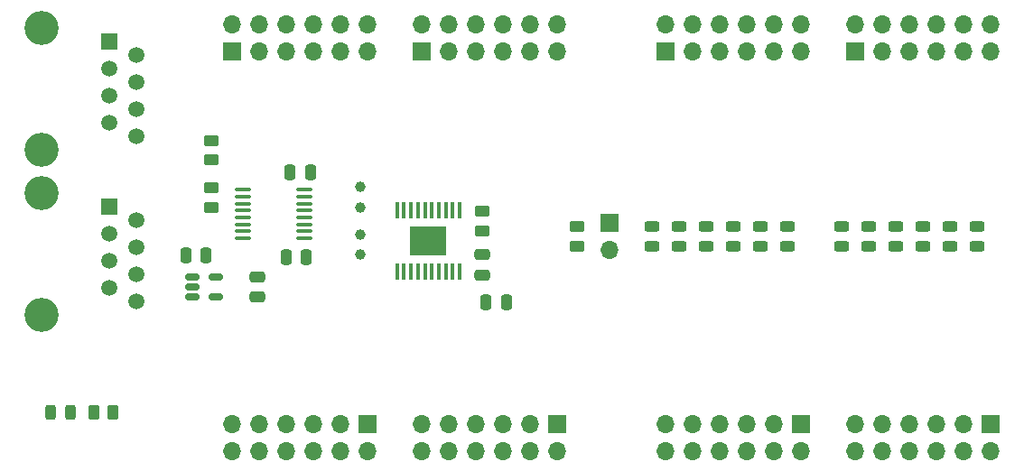
<source format=gbr>
%TF.GenerationSoftware,KiCad,Pcbnew,8.0.2*%
%TF.CreationDate,2025-01-02T13:01:11+01:00*%
%TF.ProjectId,test,74657374-2e6b-4696-9361-645f70636258,rev?*%
%TF.SameCoordinates,Original*%
%TF.FileFunction,Soldermask,Top*%
%TF.FilePolarity,Negative*%
%FSLAX46Y46*%
G04 Gerber Fmt 4.6, Leading zero omitted, Abs format (unit mm)*
G04 Created by KiCad (PCBNEW 8.0.2) date 2025-01-02 13:01:11*
%MOMM*%
%LPD*%
G01*
G04 APERTURE LIST*
G04 Aperture macros list*
%AMRoundRect*
0 Rectangle with rounded corners*
0 $1 Rounding radius*
0 $2 $3 $4 $5 $6 $7 $8 $9 X,Y pos of 4 corners*
0 Add a 4 corners polygon primitive as box body*
4,1,4,$2,$3,$4,$5,$6,$7,$8,$9,$2,$3,0*
0 Add four circle primitives for the rounded corners*
1,1,$1+$1,$2,$3*
1,1,$1+$1,$4,$5*
1,1,$1+$1,$6,$7*
1,1,$1+$1,$8,$9*
0 Add four rect primitives between the rounded corners*
20,1,$1+$1,$2,$3,$4,$5,0*
20,1,$1+$1,$4,$5,$6,$7,0*
20,1,$1+$1,$6,$7,$8,$9,0*
20,1,$1+$1,$8,$9,$2,$3,0*%
G04 Aperture macros list end*
%ADD10RoundRect,0.243750X-0.456250X0.243750X-0.456250X-0.243750X0.456250X-0.243750X0.456250X0.243750X0*%
%ADD11RoundRect,0.250000X-0.250000X-0.475000X0.250000X-0.475000X0.250000X0.475000X-0.250000X0.475000X0*%
%ADD12C,3.200000*%
%ADD13R,1.500000X1.500000*%
%ADD14C,1.500000*%
%ADD15RoundRect,0.250000X0.250000X0.475000X-0.250000X0.475000X-0.250000X-0.475000X0.250000X-0.475000X0*%
%ADD16R,1.700000X1.700000*%
%ADD17O,1.700000X1.700000*%
%ADD18C,1.000000*%
%ADD19RoundRect,0.243750X-0.243750X-0.456250X0.243750X-0.456250X0.243750X0.456250X-0.243750X0.456250X0*%
%ADD20RoundRect,0.250000X-0.450000X0.262500X-0.450000X-0.262500X0.450000X-0.262500X0.450000X0.262500X0*%
%ADD21RoundRect,0.250000X0.450000X-0.262500X0.450000X0.262500X-0.450000X0.262500X-0.450000X-0.262500X0*%
%ADD22RoundRect,0.250000X-0.475000X0.250000X-0.475000X-0.250000X0.475000X-0.250000X0.475000X0.250000X0*%
%ADD23RoundRect,0.150000X-0.512500X-0.150000X0.512500X-0.150000X0.512500X0.150000X-0.512500X0.150000X0*%
%ADD24R,3.430000X2.750000*%
%ADD25RoundRect,0.100000X-0.100000X0.687500X-0.100000X-0.687500X0.100000X-0.687500X0.100000X0.687500X0*%
%ADD26RoundRect,0.250000X0.475000X-0.250000X0.475000X0.250000X-0.475000X0.250000X-0.475000X-0.250000X0*%
%ADD27RoundRect,0.100000X-0.637500X-0.100000X0.637500X-0.100000X0.637500X0.100000X-0.637500X0.100000X0*%
%ADD28RoundRect,0.250000X0.262500X0.450000X-0.262500X0.450000X-0.262500X-0.450000X0.262500X-0.450000X0*%
G04 APERTURE END LIST*
D10*
%TO.C,D11*%
X162560000Y-90062500D03*
X162560000Y-91937500D03*
%TD*%
D11*
%TO.C,C3*%
X141925000Y-97155000D03*
X143825000Y-97155000D03*
%TD*%
D12*
%TO.C,J2*%
X100250000Y-86947500D03*
X100250000Y-98377500D03*
D13*
X106600000Y-88217500D03*
D14*
X109140000Y-89487500D03*
X106600000Y-90757500D03*
X109140000Y-92027500D03*
X106600000Y-93297500D03*
X109140000Y-94567500D03*
X106600000Y-95837500D03*
X109140000Y-97107500D03*
%TD*%
D10*
%TO.C,D3*%
X185420000Y-90062500D03*
X185420000Y-91937500D03*
%TD*%
D15*
%TO.C,C5*%
X125450000Y-85000000D03*
X123550000Y-85000000D03*
%TD*%
D10*
%TO.C,D9*%
X167640000Y-90062500D03*
X167640000Y-91937500D03*
%TD*%
D16*
%TO.C,J3*%
X153525000Y-89750000D03*
D17*
X153525000Y-92290000D03*
%TD*%
D16*
%TO.C,J11*%
X189230000Y-108580000D03*
D17*
X189230000Y-111120000D03*
X186690000Y-108580000D03*
X186690000Y-111120000D03*
X184150000Y-108580000D03*
X184150000Y-111120000D03*
X181610000Y-108580000D03*
X181610000Y-111120000D03*
X179070000Y-108580000D03*
X179070000Y-111120000D03*
X176530000Y-108580000D03*
X176530000Y-111120000D03*
%TD*%
D10*
%TO.C,D12*%
X160020000Y-90062500D03*
X160020000Y-91937500D03*
%TD*%
D18*
%TO.C,SCI*%
X130175000Y-88265000D03*
%TD*%
D19*
%TO.C,D1*%
X101125000Y-107500000D03*
X103000000Y-107500000D03*
%TD*%
D16*
%TO.C,J5*%
X135890000Y-73665000D03*
D17*
X135890000Y-71125000D03*
X138430000Y-73665000D03*
X138430000Y-71125000D03*
X140970000Y-73665000D03*
X140970000Y-71125000D03*
X143510000Y-73665000D03*
X143510000Y-71125000D03*
X146050000Y-73665000D03*
X146050000Y-71125000D03*
X148590000Y-73665000D03*
X148590000Y-71125000D03*
%TD*%
D12*
%TO.C,J1*%
X100250000Y-71447500D03*
X100250000Y-82877500D03*
D13*
X106600000Y-72717500D03*
D14*
X109140000Y-73987500D03*
X106600000Y-75257500D03*
X109140000Y-76527500D03*
X106600000Y-77797500D03*
X109140000Y-79067500D03*
X106600000Y-80337500D03*
X109140000Y-81607500D03*
%TD*%
D16*
%TO.C,J7*%
X176530000Y-73665000D03*
D17*
X176530000Y-71125000D03*
X179070000Y-73665000D03*
X179070000Y-71125000D03*
X181610000Y-73665000D03*
X181610000Y-71125000D03*
X184150000Y-73665000D03*
X184150000Y-71125000D03*
X186690000Y-73665000D03*
X186690000Y-71125000D03*
X189230000Y-73665000D03*
X189230000Y-71125000D03*
%TD*%
D20*
%TO.C,R1*%
X116205000Y-81995000D03*
X116205000Y-83820000D03*
%TD*%
D16*
%TO.C,J6*%
X158750000Y-73665000D03*
D17*
X158750000Y-71125000D03*
X161290000Y-73665000D03*
X161290000Y-71125000D03*
X163830000Y-73665000D03*
X163830000Y-71125000D03*
X166370000Y-73665000D03*
X166370000Y-71125000D03*
X168910000Y-73665000D03*
X168910000Y-71125000D03*
X171450000Y-73665000D03*
X171450000Y-71125000D03*
%TD*%
D16*
%TO.C,J4*%
X118110000Y-73665000D03*
D17*
X118110000Y-71125000D03*
X120650000Y-73665000D03*
X120650000Y-71125000D03*
X123190000Y-73665000D03*
X123190000Y-71125000D03*
X125730000Y-73665000D03*
X125730000Y-71125000D03*
X128270000Y-73665000D03*
X128270000Y-71125000D03*
X130810000Y-73665000D03*
X130810000Y-71125000D03*
%TD*%
D10*
%TO.C,D6*%
X177800000Y-90062500D03*
X177800000Y-91937500D03*
%TD*%
%TO.C,D13*%
X157480000Y-90062500D03*
X157480000Y-91937500D03*
%TD*%
D11*
%TO.C,C1*%
X115700000Y-92750000D03*
X113800000Y-92750000D03*
%TD*%
D10*
%TO.C,D7*%
X175260000Y-90062500D03*
X175260000Y-91937500D03*
%TD*%
D21*
%TO.C,R2*%
X116205000Y-88265000D03*
X116205000Y-86440000D03*
%TD*%
D16*
%TO.C,J8*%
X130810000Y-108580000D03*
D17*
X130810000Y-111120000D03*
X128270000Y-108580000D03*
X128270000Y-111120000D03*
X125730000Y-108580000D03*
X125730000Y-111120000D03*
X123190000Y-108580000D03*
X123190000Y-111120000D03*
X120650000Y-108580000D03*
X120650000Y-111120000D03*
X118110000Y-108580000D03*
X118110000Y-111120000D03*
%TD*%
D16*
%TO.C,J10*%
X171450000Y-108580000D03*
D17*
X171450000Y-111120000D03*
X168910000Y-108580000D03*
X168910000Y-111120000D03*
X166370000Y-108580000D03*
X166370000Y-111120000D03*
X163830000Y-108580000D03*
X163830000Y-111120000D03*
X161290000Y-108580000D03*
X161290000Y-111120000D03*
X158750000Y-108580000D03*
X158750000Y-111120000D03*
%TD*%
D22*
%TO.C,C2*%
X120500000Y-94800000D03*
X120500000Y-96700000D03*
%TD*%
D20*
%TO.C,R4*%
X141605000Y-88652500D03*
X141605000Y-90477500D03*
%TD*%
D18*
%TO.C,SDI*%
X130175000Y-86360000D03*
%TD*%
D23*
%TO.C,U1*%
X114362500Y-94800000D03*
X114362500Y-95750000D03*
X114362500Y-96700000D03*
X116637500Y-96700000D03*
X116637500Y-94800000D03*
%TD*%
D24*
%TO.C,U3*%
X136525000Y-91440000D03*
D25*
X139450000Y-88577500D03*
X138800000Y-88577500D03*
X138150000Y-88577500D03*
X137500000Y-88577500D03*
X136850000Y-88577500D03*
X136200000Y-88577500D03*
X135550000Y-88577500D03*
X134900000Y-88577500D03*
X134250000Y-88577500D03*
X133600000Y-88577500D03*
X133600000Y-94302500D03*
X134250000Y-94302500D03*
X134900000Y-94302500D03*
X135550000Y-94302500D03*
X136200000Y-94302500D03*
X136850000Y-94302500D03*
X137500000Y-94302500D03*
X138150000Y-94302500D03*
X138800000Y-94302500D03*
X139450000Y-94302500D03*
%TD*%
D26*
%TO.C,C6*%
X141605000Y-94640000D03*
X141605000Y-92740000D03*
%TD*%
D10*
%TO.C,D10*%
X165100000Y-90062500D03*
X165100000Y-91937500D03*
%TD*%
%TO.C,D5*%
X180340000Y-90062500D03*
X180340000Y-91937500D03*
%TD*%
D18*
%TO.C,SCO*%
X130175000Y-92710000D03*
%TD*%
D10*
%TO.C,D4*%
X182880000Y-90062500D03*
X182880000Y-91937500D03*
%TD*%
D18*
%TO.C,SDO*%
X130175000Y-90805000D03*
%TD*%
D11*
%TO.C,C4*%
X123195000Y-93000000D03*
X125095000Y-93000000D03*
%TD*%
D16*
%TO.C,J9*%
X148590000Y-108580000D03*
D17*
X148590000Y-111120000D03*
X146050000Y-108580000D03*
X146050000Y-111120000D03*
X143510000Y-108580000D03*
X143510000Y-111120000D03*
X140970000Y-108580000D03*
X140970000Y-111120000D03*
X138430000Y-108580000D03*
X138430000Y-111120000D03*
X135890000Y-108580000D03*
X135890000Y-111120000D03*
%TD*%
D27*
%TO.C,U2*%
X119132500Y-86625000D03*
X119132500Y-87275000D03*
X119132500Y-87925000D03*
X119132500Y-88575000D03*
X119132500Y-89225000D03*
X119132500Y-89875000D03*
X119132500Y-90525000D03*
X119132500Y-91175000D03*
X124857500Y-91175000D03*
X124857500Y-90525000D03*
X124857500Y-89875000D03*
X124857500Y-89225000D03*
X124857500Y-88575000D03*
X124857500Y-87925000D03*
X124857500Y-87275000D03*
X124857500Y-86625000D03*
%TD*%
D10*
%TO.C,D8*%
X170180000Y-90062500D03*
X170180000Y-91937500D03*
%TD*%
%TO.C,D2*%
X187960000Y-90062500D03*
X187960000Y-91937500D03*
%TD*%
D28*
%TO.C,R3*%
X106977500Y-107500000D03*
X105152500Y-107500000D03*
%TD*%
D21*
%TO.C,R5*%
X150500000Y-91912500D03*
X150500000Y-90087500D03*
%TD*%
M02*

</source>
